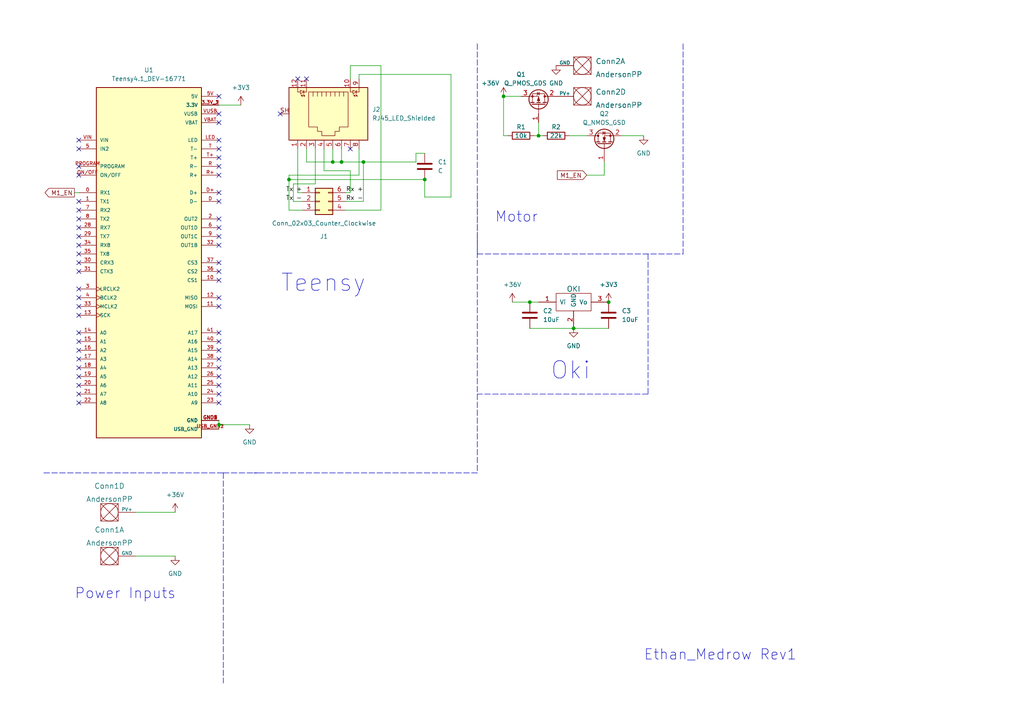
<source format=kicad_sch>
(kicad_sch (version 20211123) (generator eeschema)
  (paper "A4")
  (lib_symbols
    (symbol "Connector:RJ45_LED_Shielded" (pin_names (offset 1.016))
      (property "Reference" "J" (at -5.08 13.97 0))
      (property "Value" "RJ45_LED_Shielded" (at 1.27 13.97 0))
      (symbol "RJ45_LED_Shielded_0_1"
        (polyline (pts (xy -7.62 -7.62) (xy -6.35 -7.62)))
        (polyline (pts (xy -7.62 -5.08) (xy -6.35 -5.08)))
        (polyline (pts (xy -7.62 7.62) (xy -6.35 7.62)))
        (polyline (pts (xy -7.62 10.16) (xy -6.35 10.16)))
        (polyline (pts (xy -6.858 -5.842) (xy -5.842 -5.842)))
        (polyline (pts (xy -6.858 9.398) (xy -5.842 9.398)))
        (polyline (pts (xy -6.35 -7.62) (xy -6.35 -6.858)))
        (polyline (pts (xy -6.35 -5.08) (xy -6.35 -5.842)))
        (polyline (pts (xy -6.35 7.62) (xy -6.35 8.382)))
        (polyline (pts (xy -6.35 10.16) (xy -6.35 9.398)))
        (polyline (pts (xy -5.08 -6.223) (xy -5.207 -6.604)))
        (polyline (pts (xy -5.08 -5.588) (xy -5.207 -5.969)))
        (polyline (pts (xy -5.08 4.445) (xy -6.35 4.445)))
        (polyline (pts (xy -5.08 5.715) (xy -6.35 5.715)))
        (polyline (pts (xy -5.08 9.017) (xy -5.207 8.636)))
        (polyline (pts (xy -5.08 9.652) (xy -5.207 9.271)))
        (polyline (pts (xy -6.35 -3.175) (xy -5.08 -3.175) (xy -5.08 -3.175)))
        (polyline (pts (xy -6.35 -1.905) (xy -5.08 -1.905) (xy -5.08 -1.905)))
        (polyline (pts (xy -6.35 -0.635) (xy -5.08 -0.635) (xy -5.08 -0.635)))
        (polyline (pts (xy -6.35 0.635) (xy -5.08 0.635) (xy -5.08 0.635)))
        (polyline (pts (xy -6.35 1.905) (xy -5.08 1.905) (xy -5.08 1.905)))
        (polyline (pts (xy -5.588 -6.731) (xy -5.08 -6.223) (xy -5.461 -6.35)))
        (polyline (pts (xy -5.588 -6.096) (xy -5.08 -5.588) (xy -5.461 -5.715)))
        (polyline (pts (xy -5.588 8.509) (xy -5.08 9.017) (xy -5.461 8.89)))
        (polyline (pts (xy -5.588 9.144) (xy -5.08 9.652) (xy -5.461 9.525)))
        (polyline (pts (xy -5.08 3.175) (xy -6.35 3.175) (xy -6.35 3.175)))
        (polyline (pts (xy -6.35 -5.842) (xy -6.858 -6.858) (xy -5.842 -6.858) (xy -6.35 -5.842)))
        (polyline (pts (xy -6.35 9.398) (xy -6.858 8.382) (xy -5.842 8.382) (xy -6.35 9.398)))
        (polyline (pts (xy -6.35 -4.445) (xy -6.35 6.985) (xy 3.81 6.985) (xy 3.81 4.445) (xy 5.08 4.445) (xy 5.08 3.175) (xy 6.35 3.175) (xy 6.35 -0.635) (xy 5.08 -0.635) (xy 5.08 -1.905) (xy 3.81 -1.905) (xy 3.81 -4.445) (xy -6.35 -4.445) (xy -6.35 -4.445)))
        (rectangle (start 7.62 12.7) (end -7.62 -10.16) (stroke (width 0.254)) (fill (type background)))
      )
      (symbol "RJ45_LED_Shielded_1_1"
        (pin passive line (at 10.16 -7.62 180) (length 2.54) (name "~") (number "1"))
        (pin passive line (at -10.16 7.62 0) (length 2.54) (name "~") (number "10"))
        (pin passive line (at -10.16 -5.08 0) (length 2.54) (name "~") (number "11"))
        (pin passive line (at -10.16 -7.62 0) (length 2.54) (name "~") (number "12"))
        (pin passive line (at 10.16 -5.08 180) (length 2.54) (name "~") (number "2"))
        (pin passive line (at 10.16 -2.54 180) (length 2.54) (name "~") (number "3"))
        (pin passive line (at 10.16 0 180) (length 2.54) (name "~") (number "4"))
        (pin passive line (at 10.16 2.54 180) (length 2.54) (name "~") (number "5"))
        (pin passive line (at 10.16 5.08 180) (length 2.54) (name "~") (number "6"))
        (pin passive line (at 10.16 7.62 180) (length 2.54) (name "~") (number "7"))
        (pin passive line (at 10.16 10.16 180) (length 2.54) (name "~") (number "8"))
        (pin passive line (at -10.16 10.16 0) (length 2.54) (name "~") (number "9"))
        (pin passive line (at 0 -12.7 90) (length 2.54) (name "~") (number "SH"))
      )
    )
    (symbol "Connector_Generic:Conn_02x03_Counter_Clockwise" (pin_names (offset 1.016) hide)
      (property "Reference" "J" (at 1.27 5.08 0))
      (property "Value" "Conn_02x03_Counter_Clockwise" (at 1.27 -5.08 0))
      (symbol "Conn_02x03_Counter_Clockwise_1_1"
        (rectangle (start -1.27 -2.413) (end 0 -2.667) (stroke (width 0.1524)))
        (rectangle (start -1.27 0.127) (end 0 -0.127) (stroke (width 0.1524)))
        (rectangle (start -1.27 2.667) (end 0 2.413) (stroke (width 0.1524)))
        (rectangle (start -1.27 3.81) (end 3.81 -3.81) (stroke (width 0.254)) (fill (type background)))
        (rectangle (start 3.81 -2.413) (end 2.54 -2.667) (stroke (width 0.1524)))
        (rectangle (start 3.81 0.127) (end 2.54 -0.127) (stroke (width 0.1524)))
        (rectangle (start 3.81 2.667) (end 2.54 2.413) (stroke (width 0.1524)))
        (pin passive line (at -5.08 2.54 0) (length 3.81) (name "Pin_1") (number "1"))
        (pin passive line (at -5.08 0 0) (length 3.81) (name "Pin_2") (number "2"))
        (pin passive line (at -5.08 -2.54 0) (length 3.81) (name "Pin_3") (number "3"))
        (pin passive line (at 7.62 -2.54 180) (length 3.81) (name "Pin_4") (number "4"))
        (pin passive line (at 7.62 0 180) (length 3.81) (name "Pin_5") (number "5"))
        (pin passive line (at 7.62 2.54 180) (length 3.81) (name "Pin_6") (number "6"))
      )
    )
    (symbol "Device:C" (pin_numbers hide) (pin_names (offset 0.254))
      (property "Reference" "C" (at 0.635 2.54 0))
      (property "Value" "C" (at 0.635 -2.54 0))
      (symbol "C_0_1"
        (polyline (pts (xy -2.032 -0.762) (xy 2.032 -0.762)) (stroke (width 0.508)))
        (polyline (pts (xy -2.032 0.762) (xy 2.032 0.762)) (stroke (width 0.508)))
      )
      (symbol "C_1_1"
        (pin passive line (at 0 3.81 270) (length 2.794) (name "~") (number "1"))
        (pin passive line (at 0 -3.81 90) (length 2.794) (name "~") (number "2"))
      )
    )
    (symbol "Device:Q_NMOS_GSD" (pin_names (offset 0) hide)
      (property "Reference" "Q" (at 5.08 1.27 0))
      (property "Value" "Q_NMOS_GSD" (at 5.08 -1.27 0))
      (symbol "Q_NMOS_GSD_0_1"
        (polyline (pts (xy 0.254 0) (xy -2.54 0)))
        (polyline (pts (xy 0.254 1.905) (xy 0.254 -1.905)) (stroke (width 0.254)))
        (polyline (pts (xy 0.762 -1.27) (xy 0.762 -2.286)) (stroke (width 0.254)))
        (polyline (pts (xy 0.762 0.508) (xy 0.762 -0.508)) (stroke (width 0.254)))
        (polyline (pts (xy 0.762 2.286) (xy 0.762 1.27)) (stroke (width 0.254)))
        (polyline (pts (xy 2.54 2.54) (xy 2.54 1.778)))
        (polyline (pts (xy 2.54 -2.54) (xy 2.54 0) (xy 0.762 0)))
        (polyline (pts (xy 0.762 -1.778) (xy 3.302 -1.778) (xy 3.302 1.778) (xy 0.762 1.778)))
        (polyline (pts (xy 1.016 0) (xy 2.032 0.381) (xy 2.032 -0.381) (xy 1.016 0)) (fill (type outline)))
        (polyline (pts (xy 2.794 0.508) (xy 2.921 0.381) (xy 3.683 0.381) (xy 3.81 0.254)))
        (polyline (pts (xy 3.302 0.381) (xy 2.921 -0.254) (xy 3.683 -0.254) (xy 3.302 0.381)))
        (circle (center 1.651 0) (radius 2.794) (stroke (width 0.254)))
        (circle (center 2.54 -1.778) (radius 0.254) (fill (type outline)))
        (circle (center 2.54 1.778) (radius 0.254) (fill (type outline)))
      )
      (symbol "Q_NMOS_GSD_1_1"
        (pin input line (at -5.08 0 0) (length 2.54) (name "G") (number "1"))
        (pin passive line (at 2.54 -5.08 90) (length 2.54) (name "S") (number "2"))
        (pin passive line (at 2.54 5.08 270) (length 2.54) (name "D") (number "3"))
      )
    )
    (symbol "Device:Q_PMOS_GDS" (pin_names (offset 0) hide)
      (property "Reference" "Q" (at 5.08 1.27 0))
      (property "Value" "Q_PMOS_GDS" (at 5.08 -1.27 0))
      (symbol "Q_PMOS_GDS_0_1"
        (polyline (pts (xy 0.254 0) (xy -2.54 0)))
        (polyline (pts (xy 0.254 1.905) (xy 0.254 -1.905)) (stroke (width 0.254)))
        (polyline (pts (xy 0.762 -1.27) (xy 0.762 -2.286)) (stroke (width 0.254)))
        (polyline (pts (xy 0.762 0.508) (xy 0.762 -0.508)) (stroke (width 0.254)))
        (polyline (pts (xy 0.762 2.286) (xy 0.762 1.27)) (stroke (width 0.254)))
        (polyline (pts (xy 2.54 2.54) (xy 2.54 1.778)))
        (polyline (pts (xy 2.54 -2.54) (xy 2.54 0) (xy 0.762 0)))
        (polyline (pts (xy 0.762 1.778) (xy 3.302 1.778) (xy 3.302 -1.778) (xy 0.762 -1.778)))
        (polyline (pts (xy 2.286 0) (xy 1.27 0.381) (xy 1.27 -0.381) (xy 2.286 0)) (fill (type outline)))
        (polyline (pts (xy 2.794 -0.508) (xy 2.921 -0.381) (xy 3.683 -0.381) (xy 3.81 -0.254)))
        (polyline (pts (xy 3.302 -0.381) (xy 2.921 0.254) (xy 3.683 0.254) (xy 3.302 -0.381)))
        (circle (center 1.651 0) (radius 2.794) (stroke (width 0.254)))
        (circle (center 2.54 -1.778) (radius 0.254) (fill (type outline)))
        (circle (center 2.54 1.778) (radius 0.254) (fill (type outline)))
      )
      (symbol "Q_PMOS_GDS_1_1"
        (pin input line (at -5.08 0 0) (length 2.54) (name "G") (number "1"))
        (pin passive line (at 2.54 5.08 270) (length 2.54) (name "D") (number "2"))
        (pin passive line (at 2.54 -5.08 90) (length 2.54) (name "S") (number "3"))
      )
    )
    (symbol "Device:R" (pin_numbers hide) (pin_names (offset 0))
      (property "Reference" "R" (at 2.032 0 90))
      (property "Value" "R" (at 0 0 90))
      (symbol "R_0_1"
        (rectangle (start -1.016 -2.54) (end 1.016 2.54) (stroke (width 0.254)))
      )
      (symbol "R_1_1"
        (pin passive line (at 0 3.81 270) (length 1.27) (name "~") (number "1"))
        (pin passive line (at 0 -3.81 90) (length 1.27) (name "~") (number "2"))
      )
    )
    (symbol "MRDT_Connectors:AndersonPP" (pin_numbers hide) (pin_names (offset 0))
      (property "Reference" "Conn" (at 3.81 -1.27 0))
      (property "Value" "AndersonPP" (at 2.54 6.35 0))
      (symbol "AndersonPP_0_1"
        (polyline (pts (xy 0 5.08) (xy 5.08 0)))
        (polyline (pts (xy 5.08 5.08) (xy 0 0)))
        (rectangle (start 0 0) (end 5.08 5.08))
        (circle (center 2.54 2.54) (radius 2.54))
      )
      (symbol "AndersonPP_1_1"
        (pin input line (at 10.16 2.54 180) (length 5.08) (name "GND") (number "1"))
      )
      (symbol "AndersonPP_2_1"
        (pin input line (at 10.16 2.54 180) (length 5.08) (name "V+Log") (number "2"))
      )
      (symbol "AndersonPP_3_1"
        (pin input line (at 10.16 2.54 180) (length 5.08) (name "V+Act") (number "3"))
      )
      (symbol "AndersonPP_4_1"
        (pin input line (at 10.16 2.54 180) (length 5.08) (name "PV+") (number "4"))
      )
      (symbol "AndersonPP_5_1"
        (pin input line (at 10.16 2.54 180) (length 5.08) (name "~") (number "1"))
      )
    )
    (symbol "MRDT_Devices:OKI" (pin_names (offset 1.016))
      (property "Value" "OKI" (at 5.08 6.35 0))
      (symbol "OKI_0_1"
        (rectangle (start 0 0) (end 10.16 5.08))
      )
      (symbol "OKI_1_1"
        (pin input line (at -5.08 2.54 0) (length 5.08) (name "Vi") (number "1"))
        (pin output line (at 5.08 -5.08 90) (length 5.08) (name "GND") (number "2"))
        (pin output line (at 15.24 2.54 180) (length 5.08) (name "Vo") (number "3"))
      )
    )
    (symbol "MRDT_Shields:Teensy4.1_DEV-16771" (pin_names (offset 1.016))
      (property "Reference" "U" (at -15.24 52.07 0))
      (property "Value" "Teensy4.1_DEV-16771" (at -15.24 -53.34 0))
      (symbol "Teensy4.1_DEV-16771_0_0"
        (rectangle (start -15.24 -50.8) (end 15.24 50.8) (stroke (width 0.254)) (fill (type background)))
        (pin bidirectional line (at -20.32 20.32 0) (length 5.08) (name "RX1") (number "0"))
        (pin bidirectional line (at -20.32 17.78 0) (length 5.08) (name "TX1") (number "1"))
        (pin bidirectional line (at 20.32 -5.08 180) (length 5.08) (name "CS1") (number "10"))
        (pin bidirectional line (at 20.32 -12.7 180) (length 5.08) (name "MOSI") (number "11"))
        (pin bidirectional line (at 20.32 -10.16 180) (length 5.08) (name "MISO") (number "12"))
        (pin bidirectional clock (at -20.32 -15.24 0) (length 5.08) (name "SCK") (number "13"))
        (pin bidirectional line (at -20.32 -20.32 0) (length 5.08) (name "A0") (number "14"))
        (pin bidirectional line (at -20.32 -22.86 0) (length 5.08) (name "A1") (number "15"))
        (pin bidirectional line (at -20.32 -25.4 0) (length 5.08) (name "A2") (number "16"))
        (pin bidirectional line (at -20.32 -27.94 0) (length 5.08) (name "A3") (number "17"))
        (pin bidirectional line (at -20.32 -30.48 0) (length 5.08) (name "A4") (number "18"))
        (pin bidirectional line (at -20.32 -33.02 0) (length 5.08) (name "A5") (number "19"))
        (pin output line (at 20.32 12.7 180) (length 5.08) (name "OUT2") (number "2"))
        (pin bidirectional line (at -20.32 -35.56 0) (length 5.08) (name "A6") (number "20"))
        (pin bidirectional line (at -20.32 -38.1 0) (length 5.08) (name "A7") (number "21"))
        (pin bidirectional line (at -20.32 -40.64 0) (length 5.08) (name "A8") (number "22"))
        (pin bidirectional line (at 20.32 -40.64 180) (length 5.08) (name "A9") (number "23"))
        (pin bidirectional line (at 20.32 -38.1 180) (length 5.08) (name "A10") (number "24"))
        (pin bidirectional line (at 20.32 -35.56 180) (length 5.08) (name "A11") (number "25"))
        (pin bidirectional line (at 20.32 -33.02 180) (length 5.08) (name "A12") (number "26"))
        (pin bidirectional line (at 20.32 -30.48 180) (length 5.08) (name "A13") (number "27"))
        (pin bidirectional line (at -20.32 10.16 0) (length 5.08) (name "RX7") (number "28"))
        (pin bidirectional line (at -20.32 7.62 0) (length 5.08) (name "TX7") (number "29"))
        (pin bidirectional clock (at -20.32 -7.62 0) (length 5.08) (name "LRCLK2") (number "3"))
        (pin power_in line (at 20.32 45.72 180) (length 5.08) (name "3.3V") (number "3.3V_1"))
        (pin power_in line (at 20.32 45.72 180) (length 5.08) (name "3.3V") (number "3.3V_2"))
        (pin power_in line (at 20.32 45.72 180) (length 5.08) (name "3.3V") (number "3.3V_3"))
        (pin bidirectional line (at -20.32 0 0) (length 5.08) (name "CRX3") (number "30"))
        (pin bidirectional line (at -20.32 -2.54 0) (length 5.08) (name "CTX3") (number "31"))
        (pin output line (at 20.32 5.08 180) (length 5.08) (name "OUT1B") (number "32"))
        (pin bidirectional clock (at -20.32 -12.7 0) (length 5.08) (name "MCLK2") (number "33"))
        (pin bidirectional line (at -20.32 5.08 0) (length 5.08) (name "RX8") (number "34"))
        (pin bidirectional line (at -20.32 2.54 0) (length 5.08) (name "TX8") (number "35"))
        (pin bidirectional line (at 20.32 -2.54 180) (length 5.08) (name "CS2") (number "36"))
        (pin bidirectional line (at 20.32 0 180) (length 5.08) (name "CS3") (number "37"))
        (pin bidirectional line (at 20.32 -27.94 180) (length 5.08) (name "A14") (number "38"))
        (pin bidirectional line (at 20.32 -25.4 180) (length 5.08) (name "A15") (number "39"))
        (pin bidirectional clock (at -20.32 -10.16 0) (length 5.08) (name "BCLK2") (number "4"))
        (pin bidirectional line (at 20.32 -22.86 180) (length 5.08) (name "A16") (number "40"))
        (pin bidirectional line (at 20.32 -20.32 180) (length 5.08) (name "A17") (number "41"))
        (pin bidirectional line (at -20.32 33.02 0) (length 5.08) (name "IN2") (number "5"))
        (pin power_in line (at 20.32 48.26 180) (length 5.08) (name "5V") (number "5V"))
        (pin output line (at 20.32 10.16 180) (length 5.08) (name "OUT1D") (number "6"))
        (pin bidirectional line (at -20.32 15.24 0) (length 5.08) (name "RX2") (number "7"))
        (pin bidirectional line (at -20.32 12.7 0) (length 5.08) (name "TX2") (number "8"))
        (pin output line (at 20.32 7.62 180) (length 5.08) (name "OUT1C") (number "9"))
        (pin bidirectional line (at 20.32 17.78 180) (length 5.08) (name "D-") (number "D"))
        (pin bidirectional line (at 20.32 20.32 180) (length 5.08) (name "D+") (number "D+"))
        (pin power_in line (at 20.32 -45.72 180) (length 5.08) (name "GND") (number "GND1"))
        (pin power_in line (at 20.32 -45.72 180) (length 5.08) (name "GND") (number "GND2"))
        (pin power_in line (at 20.32 -45.72 180) (length 5.08) (name "GND") (number "GND3"))
        (pin power_in line (at 20.32 -45.72 180) (length 5.08) (name "GND") (number "GND4"))
        (pin power_in line (at 20.32 -45.72 180) (length 5.08) (name "GND") (number "GND5"))
        (pin bidirectional line (at 20.32 35.56 180) (length 5.08) (name "LED") (number "LED"))
        (pin bidirectional line (at -20.32 25.4 0) (length 5.08) (name "ON/OFF") (number "ON/OFF"))
        (pin bidirectional line (at -20.32 27.94 0) (length 5.08) (name "PROGRAM") (number "PROGRAM"))
        (pin bidirectional line (at 20.32 27.94 180) (length 5.08) (name "R-") (number "R"))
        (pin bidirectional line (at 20.32 25.4 180) (length 5.08) (name "R+") (number "R+"))
        (pin bidirectional line (at 20.32 33.02 180) (length 5.08) (name "T-") (number "T"))
        (pin bidirectional line (at 20.32 30.48 180) (length 5.08) (name "T+") (number "T+"))
        (pin power_in line (at 20.32 -48.26 180) (length 5.08) (name "USB_GND") (number "USB_GND1"))
        (pin power_in line (at 20.32 -48.26 180) (length 5.08) (name "USB_GND") (number "USB_GND2"))
        (pin passive line (at 20.32 40.64 180) (length 5.08) (name "VBAT") (number "VBAT"))
        (pin input line (at -20.32 35.56 0) (length 5.08) (name "VIN") (number "VIN"))
        (pin passive line (at 20.32 43.18 180) (length 5.08) (name "VUSB") (number "VUSB"))
      )
    )
    (symbol "power:+36V" (power) (pin_names (offset 0))
      (property "Value" "+36V" (at 0 3.556 0))
      (symbol "+36V_0_1"
        (polyline (pts (xy -0.762 1.27) (xy 0 2.54)))
        (polyline (pts (xy 0 0) (xy 0 2.54)))
        (polyline (pts (xy 0 2.54) (xy 0.762 1.27)))
      )
      (symbol "+36V_1_1"
        (pin power_in line (at 0 0 90) (length 0) hide (name "+36V") (number "1"))
      )
    )
    (symbol "power:+3V3" (power) (pin_names (offset 0))
      (property "Value" "+3V3" (at 0 3.556 0))
      (symbol "+3V3_0_1"
        (polyline (pts (xy -0.762 1.27) (xy 0 2.54)))
        (polyline (pts (xy 0 0) (xy 0 2.54)))
        (polyline (pts (xy 0 2.54) (xy 0.762 1.27)))
      )
      (symbol "+3V3_1_1"
        (pin power_in line (at 0 0 90) (length 0) hide (name "+3V3") (number "1"))
      )
    )
    (symbol "power:GND" (power) (pin_names (offset 0))
      (property "Value" "GND" (at 0 -3.81 0))
      (symbol "GND_0_1"
        (polyline (pts (xy 0 0) (xy 0 -1.27) (xy 1.27 -1.27) (xy 0 -2.54) (xy -1.27 -1.27) (xy 0 -1.27)))
      )
      (symbol "GND_1_1"
        (pin power_in line (at 0 0 270) (length 0) hide (name "GND") (number "1"))
      )
    )
  )
  (junction (at 166.37 95.25))
  (junction (at 156.21 39.37))
  (junction (at 96.52 46.99))
  (junction (at 153.67 87.63))
  (junction (at 99.06 46.99))
  (junction (at 146.05 27.94))
  (junction (at 63.5 123.19))
  (junction (at 176.53 87.63))
  (junction (at 123.19 52.07))
  (junction (at 105.41 46.99))
  (junction (at 83.82 52.07))
  (no_connect (at 86.36 22.86))
  (no_connect (at 88.9 22.86))
  (no_connect (at 63.5 114.3))
  (no_connect (at 63.5 111.76))
  (no_connect (at 81.28 33.02))
  (no_connect (at 22.86 40.64))
  (no_connect (at 22.86 43.18))
  (no_connect (at 22.86 48.26))
  (no_connect (at 22.86 50.8))
  (no_connect (at 63.5 35.56))
  (no_connect (at 63.5 33.02))
  (no_connect (at 63.5 27.94))
  (no_connect (at 63.5 40.64))
  (no_connect (at 22.86 58.42))
  (no_connect (at 22.86 60.96))
  (no_connect (at 22.86 63.5))
  (no_connect (at 22.86 66.04))
  (no_connect (at 22.86 68.58))
  (no_connect (at 22.86 71.12))
  (no_connect (at 22.86 73.66))
  (no_connect (at 22.86 76.2))
  (no_connect (at 22.86 78.74))
  (no_connect (at 22.86 83.82))
  (no_connect (at 22.86 86.36))
  (no_connect (at 22.86 88.9))
  (no_connect (at 22.86 91.44))
  (no_connect (at 22.86 96.52))
  (no_connect (at 22.86 99.06))
  (no_connect (at 22.86 101.6))
  (no_connect (at 22.86 104.14))
  (no_connect (at 22.86 106.68))
  (no_connect (at 22.86 109.22))
  (no_connect (at 22.86 111.76))
  (no_connect (at 22.86 114.3))
  (no_connect (at 22.86 116.84))
  (no_connect (at 63.5 116.84))
  (no_connect (at 101.6 43.18))
  (no_connect (at 63.5 43.18))
  (no_connect (at 63.5 109.22))
  (no_connect (at 63.5 50.8))
  (no_connect (at 63.5 48.26))
  (no_connect (at 63.5 45.72))
  (no_connect (at 63.5 58.42))
  (no_connect (at 63.5 55.88))
  (no_connect (at 63.5 99.06))
  (no_connect (at 63.5 96.52))
  (no_connect (at 63.5 88.9))
  (no_connect (at 63.5 86.36))
  (no_connect (at 63.5 81.28))
  (no_connect (at 63.5 78.74))
  (no_connect (at 63.5 76.2))
  (no_connect (at 63.5 71.12))
  (no_connect (at 63.5 68.58))
  (no_connect (at 63.5 66.04))
  (no_connect (at 63.5 63.5))
  (no_connect (at 63.5 106.68))
  (no_connect (at 63.5 104.14))
  (no_connect (at 63.5 101.6))
  (wire (pts (xy 180.34 39.37) (xy 186.69 39.37)))
  (wire (pts (xy 83.82 60.96) (xy 83.82 52.07)))
  (wire (pts (xy 39.37 161.29) (xy 50.8 161.29)))
  (wire (pts (xy 63.5 123.19) (xy 72.39 123.19)))
  (wire (pts (xy 153.67 95.25) (xy 166.37 95.25)))
  (wire (pts (xy 104.14 50.8) (xy 104.14 43.18)))
  (wire (pts (xy 83.82 60.96) (xy 87.63 60.96)))
  (wire (pts (xy 93.98 49.53) (xy 93.98 43.18)))
  (polyline (pts (xy 138.43 12.7) (xy 138.43 73.66)))
  (wire (pts (xy 85.09 58.42) (xy 85.09 53.34)))
  (wire (pts (xy 154.94 39.37) (xy 156.21 39.37)))
  (wire (pts (xy 88.9 43.18) (xy 88.9 46.99)))
  (polyline (pts (xy 12.7 137.16) (xy 64.77 137.16)))
  (wire (pts (xy 166.37 95.25) (xy 176.53 95.25)))
  (polyline (pts (xy 198.12 12.7) (xy 198.12 73.66)))
  (polyline (pts (xy 138.43 137.16) (xy 73.66 137.16)))
  (polyline (pts (xy 73.66 137.16) (xy 73.66 137.16)))
  (wire (pts (xy 86.36 55.88) (xy 87.63 55.88)))
  (wire (pts (xy 104.14 22.86) (xy 104.14 21.59)))
  (wire (pts (xy 130.81 57.15) (xy 123.19 57.15)))
  (wire (pts (xy 170.18 50.8) (xy 175.26 50.8)))
  (wire (pts (xy 101.6 19.05) (xy 101.6 22.86)))
  (wire (pts (xy 101.6 49.53) (xy 93.98 49.53)))
  (wire (pts (xy 96.52 43.18) (xy 96.52 46.99)))
  (wire (pts (xy 105.41 46.99) (xy 120.65 46.99)))
  (wire (pts (xy 165.1 39.37) (xy 170.18 39.37)))
  (wire (pts (xy 146.05 39.37) (xy 147.32 39.37)))
  (wire (pts (xy 83.82 50.8) (xy 104.14 50.8)))
  (wire (pts (xy 175.26 46.99) (xy 175.26 50.8)))
  (polyline (pts (xy 187.96 73.66) (xy 187.96 114.3)))
  (wire (pts (xy 104.14 21.59) (xy 130.81 21.59)))
  (wire (pts (xy 101.6 55.88) (xy 101.6 49.53)))
  (wire (pts (xy 120.65 44.45) (xy 120.65 46.99)))
  (wire (pts (xy 110.49 19.05) (xy 101.6 19.05)))
  (polyline (pts (xy 64.77 137.16) (xy 64.77 198.12)))
  (wire (pts (xy 96.52 46.99) (xy 99.06 46.99)))
  (wire (pts (xy 39.37 148.59) (xy 50.8 148.59)))
  (polyline (pts (xy 187.96 114.3) (xy 138.43 114.3)))
  (wire (pts (xy 156.21 39.37) (xy 157.48 39.37)))
  (wire (pts (xy 63.5 123.19) (xy 63.5 124.46)))
  (wire (pts (xy 110.49 60.96) (xy 110.49 19.05)))
  (wire (pts (xy 123.19 57.15) (xy 123.19 52.07)))
  (polyline (pts (xy 138.43 73.66) (xy 198.12 73.66)))
  (wire (pts (xy 100.33 60.96) (xy 110.49 60.96)))
  (wire (pts (xy 63.5 30.48) (xy 69.85 30.48)))
  (wire (pts (xy 153.67 87.63) (xy 156.21 87.63)))
  (wire (pts (xy 105.41 58.42) (xy 105.41 46.99)))
  (wire (pts (xy 146.05 27.94) (xy 151.13 27.94)))
  (wire (pts (xy 146.05 27.94) (xy 146.05 39.37)))
  (wire (pts (xy 99.06 43.18) (xy 99.06 46.99)))
  (wire (pts (xy 85.09 53.34) (xy 91.44 53.34)))
  (wire (pts (xy 130.81 21.59) (xy 130.81 57.15)))
  (wire (pts (xy 87.63 58.42) (xy 85.09 58.42)))
  (polyline (pts (xy 64.77 137.16) (xy 74.93 137.16)))
  (wire (pts (xy 83.82 52.07) (xy 83.82 50.8)))
  (wire (pts (xy 100.33 58.42) (xy 105.41 58.42)))
  (wire (pts (xy 99.06 46.99) (xy 105.41 46.99)))
  (wire (pts (xy 83.82 52.07) (xy 123.19 52.07)))
  (wire (pts (xy 123.19 44.45) (xy 120.65 44.45)))
  (wire (pts (xy 88.9 46.99) (xy 96.52 46.99)))
  (polyline (pts (xy 138.43 55.88) (xy 138.43 73.66)))
  (wire (pts (xy 91.44 43.18) (xy 91.44 53.34)))
  (wire (pts (xy 21.59 55.88) (xy 22.86 55.88)))
  (wire (pts (xy 86.36 43.18) (xy 86.36 55.88)))
  (polyline (pts (xy 138.43 68.58) (xy 138.43 137.16)))
  (wire (pts (xy 100.33 55.88) (xy 101.6 55.88)))
  (wire (pts (xy 156.21 35.56) (xy 156.21 39.37)))
  (wire (pts (xy 63.5 121.92) (xy 63.5 123.19)))
  (wire (pts (xy 148.59 87.63) (xy 153.67 87.63)))
  (text "Oki" (at 171.45 110.49 180) (effects (font (size 5 5)) (justify right bottom)))
  (text "Ethan_Medrow Rev1" (at 186.69 191.77 0) (effects (font (size 3 3)) (justify left bottom)))
  (text "Motor" (at 143.51 64.77 0) (effects (font (size 3 3)) (justify left bottom)))
  (text "Teensy" (at 81.28 85.09 0) (effects (font (size 5 5)) (justify left bottom)))
  (text "Power Inputs" (at 21.59 173.99 0) (effects (font (size 3 3)) (justify left bottom)))
  (label "Tx -" (at 87.63 58.42 180))
  (label "Rx -" (at 100.33 58.42 0))
  (label "Rx +" (at 100.33 55.88 0))
  (label "Tx +" (at 87.63 55.88 180))
  (global_label "M1_EN" (shape output) (at 21.59 55.88 180) (property "Intersheet References" "${INTERSHEET_REFS}" (effects hide)))
  (global_label "M1_EN" (shape input) (at 170.18 50.8 180) (property "Intersheet References" "${INTERSHEET_REFS}" (effects hide)))
  (symbol (lib_id "MRDT_Connectors:AndersonPP") (at 171.45 25.4 180) (unit 4)
    (property "Reference" "Conn2" (at 172.72 26.67 0) (effects (font (size 1.524 1.524)) (justify right)))
    (property "Value" "AndersonPP" (at 172.72 30.48 0) (effects (font (size 1.524 1.524)) (justify right)))
    (property "Footprint" "MRDT_Connectors:Square_Anderson_2_H_Side_By_Side_PV" (effects hide))
  )
  (symbol (lib_id "power:GND") (at 166.37 95.25 0) (unit 1)
    (property "Reference" "#PWR09" (effects hide))
    (property "Value" "GND" (at 166.37 100.33 0))
  )
  (symbol (lib_id "power:+3V3") (at 176.53 87.63 0) (unit 1)
    (property "Reference" "#PWR010" (effects hide))
    (property "Value" "+3V3" (at 176.53 82.55 0))
  )
  (symbol (lib_id "Device:Q_PMOS_GDS") (at 156.21 30.48 270) (mirror x) (unit 1)
    (property "Reference" "Q1" (at 151.13 21.59 90))
    (property "Value" "Q_PMOS_GDS" (at 152.4 24.13 90))
    (property "Footprint" "Package_TO_SOT_SMD:TO-252-2" (effects hide))
  )
  (symbol (lib_id "power:GND") (at 161.29 19.05 0) (unit 1)
    (property "Reference" "#PWR06" (effects hide))
    (property "Value" "GND" (at 161.29 24.13 0))
  )
  (symbol (lib_id "Device:R") (at 161.29 39.37 90) (unit 1)
    (property "Reference" "R2" (at 161.29 36.83 90))
    (property "Value" "22k" (at 161.29 39.37 90))
    (property "Footprint" "Resistor_SMD:R_0603_1608Metric_Pad0.98x0.95mm_HandSolder" (effects hide))
  )
  (symbol (lib_id "Device:C") (at 153.67 91.44 0) (unit 1)
    (property "Reference" "C2" (at 157.48 90.1699 0) (effects (justify left)))
    (property "Value" "10uF" (at 157.48 92.7099 0) (effects (justify left)))
    (property "Footprint" "Capacitor_SMD:C_0603_1608Metric_Pad1.08x0.95mm_HandSolder" (effects hide))
  )
  (symbol (lib_id "Connector:RJ45_LED_Shielded") (at 93.98 33.02 270) (unit 1)
    (property "Reference" "J2" (at 107.95 31.7499 90) (effects (justify left)))
    (property "Value" "RJ45_LED_Shielded" (at 107.95 34.2899 90) (effects (justify left)))
    (property "Footprint" "MRDT_Connectors:RJ45_Teensy" (effects hide))
  )
  (symbol (lib_id "Device:C") (at 123.19 48.26 0) (unit 1)
    (property "Reference" "C1" (at 127 46.9899 0) (effects (justify left)))
    (property "Value" "C" (at 127 49.5299 0) (effects (justify left)))
    (property "Footprint" "Capacitor_SMD:C_0603_1608Metric_Pad1.08x0.95mm_HandSolder" (effects hide))
  )
  (symbol (lib_id "Connector_Generic:Conn_02x03_Counter_Clockwise") (at 92.71 58.42 0) (unit 1)
    (property "Reference" "J1" (at 93.98 68.58 0))
    (property "Value" "Conn_02x03_Counter_Clockwise" (at 93.98 64.77 0))
    (property "Footprint" "Connector_PinHeader_2.00mm:PinHeader_2x03_P2.00mm_Vertical" (effects hide))
  )
  (symbol (lib_id "power:GND") (at 186.69 39.37 0) (unit 1)
    (property "Reference" "#PWR07" (effects hide))
    (property "Value" "GND" (at 186.69 44.45 0))
  )
  (symbol (lib_id "MRDT_Connectors:AndersonPP") (at 29.21 151.13 0) (unit 4)
    (property "Reference" "Conn1" (at 31.75 140.97 0) (effects (font (size 1.524 1.524))))
    (property "Value" "AndersonPP" (at 31.75 144.78 0) (effects (font (size 1.524 1.524))))
    (property "Footprint" "MRDT_Connectors:Square_Anderson_2_H_Side_By_Side_PV" (effects hide))
  )
  (symbol (lib_id "Device:C") (at 176.53 91.44 0) (unit 1)
    (property "Reference" "C3" (at 180.34 90.1699 0) (effects (justify left)))
    (property "Value" "10uF" (at 180.34 92.7099 0) (effects (justify left)))
    (property "Footprint" "Capacitor_SMD:C_0603_1608Metric_Pad1.08x0.95mm_HandSolder" (effects hide))
  )
  (symbol (lib_id "power:+36V") (at 148.59 87.63 0) (unit 1)
    (property "Reference" "#PWR08" (effects hide))
    (property "Value" "+36V" (at 148.59 82.55 0))
  )
  (symbol (lib_id "power:GND") (at 72.39 123.19 0) (unit 1)
    (property "Reference" "#PWR04" (effects hide))
    (property "Value" "GND" (at 72.39 128.27 0))
  )
  (symbol (lib_id "MRDT_Connectors:AndersonPP") (at 171.45 16.51 180) (unit 1)
    (property "Reference" "Conn2" (at 172.72 17.78 0) (effects (font (size 1.524 1.524)) (justify right)))
    (property "Value" "AndersonPP" (at 172.72 21.59 0) (effects (font (size 1.524 1.524)) (justify right)))
    (property "Footprint" "MRDT_Connectors:Square_Anderson_2_H_Side_By_Side_PV" (effects hide))
  )
  (symbol (lib_id "power:+36V") (at 50.8 148.59 0) (unit 1)
    (property "Reference" "#PWR01" (effects hide))
    (property "Value" "+36V" (at 50.8 143.51 0))
  )
  (symbol (lib_id "MRDT_Shields:Teensy4.1_DEV-16771") (at 43.18 76.2 0) (unit 1)
    (property "Reference" "U1" (at 43.18 20.32 0))
    (property "Value" "Teensy4.1_DEV-16771" (at 43.18 22.86 0))
    (property "Footprint" "MRDT_Shields:Teensy_4_1_Vertical" (effects hide))
    (property "STANDARD" "Manufacturer recommendations" (effects hide))
    (property "MAXIMUM_PACKAGE_HEIGHT" "4.07mm" (effects hide))
    (property "MANUFACTURER" "SparkFun Electronics" (effects hide))
    (property "PARTREV" "4.1" (effects hide))
  )
  (symbol (lib_id "Device:R") (at 151.13 39.37 90) (unit 1)
    (property "Reference" "R1" (at 151.13 36.83 90))
    (property "Value" "10k" (at 151.13 39.37 90))
    (property "Footprint" "Resistor_SMD:R_0603_1608Metric_Pad0.98x0.95mm_HandSolder" (effects hide))
  )
  (symbol (lib_id "MRDT_Devices:OKI") (at 161.29 90.17 0) (unit 1)
    (property "Reference" "U2" (effects hide))
    (property "Value" "OKI" (at 166.37 83.82 0) (effects (font (size 1.524 1.524))))
    (property "Footprint" "MRDT_Devices:OKI_Horizontal" (effects hide))
  )
  (symbol (lib_id "MRDT_Connectors:AndersonPP") (at 29.21 163.83 0) (unit 1)
    (property "Reference" "Conn1" (at 31.75 153.67 0) (effects (font (size 1.524 1.524))))
    (property "Value" "AndersonPP" (at 31.75 157.48 0) (effects (font (size 1.524 1.524))))
    (property "Footprint" "MRDT_Connectors:Square_Anderson_2_H_Side_By_Side_PV" (effects hide))
  )
  (symbol (lib_id "Device:Q_NMOS_GSD") (at 175.26 41.91 90) (unit 1)
    (property "Reference" "Q2" (at 175.26 33.02 90))
    (property "Value" "Q_NMOS_GSD" (at 175.26 35.56 90))
    (property "Footprint" "Package_TO_SOT_SMD:SOT-23" (effects hide))
  )
  (symbol (lib_id "power:+3V3") (at 69.85 30.48 0) (unit 1)
    (property "Reference" "#PWR03" (effects hide))
    (property "Value" "+3V3" (at 69.85 25.4 0))
  )
  (symbol (lib_id "power:+36V") (at 146.05 27.94 0) (unit 1)
    (property "Reference" "#PWR05" (effects hide))
    (property "Value" "+36V" (at 142.24 24.13 0))
  )
  (symbol (lib_id "power:GND") (at 50.8 161.29 0) (unit 1)
    (property "Reference" "#PWR02" (effects hide))
    (property "Value" "GND" (at 50.8 166.37 0))
  )
)
</source>
